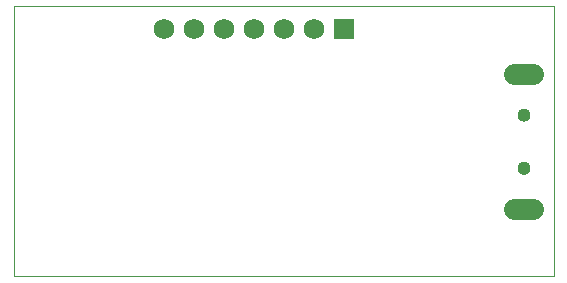
<source format=gbs>
G75*
%MOIN*%
%OFA0B0*%
%FSLAX25Y25*%
%IPPOS*%
%LPD*%
%AMOC8*
5,1,8,0,0,1.08239X$1,22.5*
%
%ADD10C,0.00000*%
%ADD11R,0.06900X0.06900*%
%ADD12C,0.06900*%
%ADD13C,0.07000*%
%ADD14C,0.04337*%
D10*
X0024428Y0011800D02*
X0024428Y0101800D01*
X0204428Y0101800D01*
X0204428Y0011800D01*
X0024428Y0011800D01*
X0192459Y0047942D02*
X0192461Y0048030D01*
X0192467Y0048118D01*
X0192477Y0048206D01*
X0192491Y0048294D01*
X0192508Y0048380D01*
X0192530Y0048466D01*
X0192555Y0048550D01*
X0192585Y0048634D01*
X0192617Y0048716D01*
X0192654Y0048796D01*
X0192694Y0048875D01*
X0192738Y0048952D01*
X0192785Y0049027D01*
X0192835Y0049099D01*
X0192889Y0049170D01*
X0192945Y0049237D01*
X0193005Y0049303D01*
X0193067Y0049365D01*
X0193133Y0049425D01*
X0193200Y0049481D01*
X0193271Y0049535D01*
X0193343Y0049585D01*
X0193418Y0049632D01*
X0193495Y0049676D01*
X0193574Y0049716D01*
X0193654Y0049753D01*
X0193736Y0049785D01*
X0193820Y0049815D01*
X0193904Y0049840D01*
X0193990Y0049862D01*
X0194076Y0049879D01*
X0194164Y0049893D01*
X0194252Y0049903D01*
X0194340Y0049909D01*
X0194428Y0049911D01*
X0194516Y0049909D01*
X0194604Y0049903D01*
X0194692Y0049893D01*
X0194780Y0049879D01*
X0194866Y0049862D01*
X0194952Y0049840D01*
X0195036Y0049815D01*
X0195120Y0049785D01*
X0195202Y0049753D01*
X0195282Y0049716D01*
X0195361Y0049676D01*
X0195438Y0049632D01*
X0195513Y0049585D01*
X0195585Y0049535D01*
X0195656Y0049481D01*
X0195723Y0049425D01*
X0195789Y0049365D01*
X0195851Y0049303D01*
X0195911Y0049237D01*
X0195967Y0049170D01*
X0196021Y0049099D01*
X0196071Y0049027D01*
X0196118Y0048952D01*
X0196162Y0048875D01*
X0196202Y0048796D01*
X0196239Y0048716D01*
X0196271Y0048634D01*
X0196301Y0048550D01*
X0196326Y0048466D01*
X0196348Y0048380D01*
X0196365Y0048294D01*
X0196379Y0048206D01*
X0196389Y0048118D01*
X0196395Y0048030D01*
X0196397Y0047942D01*
X0196395Y0047854D01*
X0196389Y0047766D01*
X0196379Y0047678D01*
X0196365Y0047590D01*
X0196348Y0047504D01*
X0196326Y0047418D01*
X0196301Y0047334D01*
X0196271Y0047250D01*
X0196239Y0047168D01*
X0196202Y0047088D01*
X0196162Y0047009D01*
X0196118Y0046932D01*
X0196071Y0046857D01*
X0196021Y0046785D01*
X0195967Y0046714D01*
X0195911Y0046647D01*
X0195851Y0046581D01*
X0195789Y0046519D01*
X0195723Y0046459D01*
X0195656Y0046403D01*
X0195585Y0046349D01*
X0195513Y0046299D01*
X0195438Y0046252D01*
X0195361Y0046208D01*
X0195282Y0046168D01*
X0195202Y0046131D01*
X0195120Y0046099D01*
X0195036Y0046069D01*
X0194952Y0046044D01*
X0194866Y0046022D01*
X0194780Y0046005D01*
X0194692Y0045991D01*
X0194604Y0045981D01*
X0194516Y0045975D01*
X0194428Y0045973D01*
X0194340Y0045975D01*
X0194252Y0045981D01*
X0194164Y0045991D01*
X0194076Y0046005D01*
X0193990Y0046022D01*
X0193904Y0046044D01*
X0193820Y0046069D01*
X0193736Y0046099D01*
X0193654Y0046131D01*
X0193574Y0046168D01*
X0193495Y0046208D01*
X0193418Y0046252D01*
X0193343Y0046299D01*
X0193271Y0046349D01*
X0193200Y0046403D01*
X0193133Y0046459D01*
X0193067Y0046519D01*
X0193005Y0046581D01*
X0192945Y0046647D01*
X0192889Y0046714D01*
X0192835Y0046785D01*
X0192785Y0046857D01*
X0192738Y0046932D01*
X0192694Y0047009D01*
X0192654Y0047088D01*
X0192617Y0047168D01*
X0192585Y0047250D01*
X0192555Y0047334D01*
X0192530Y0047418D01*
X0192508Y0047504D01*
X0192491Y0047590D01*
X0192477Y0047678D01*
X0192467Y0047766D01*
X0192461Y0047854D01*
X0192459Y0047942D01*
X0192459Y0065658D02*
X0192461Y0065746D01*
X0192467Y0065834D01*
X0192477Y0065922D01*
X0192491Y0066010D01*
X0192508Y0066096D01*
X0192530Y0066182D01*
X0192555Y0066266D01*
X0192585Y0066350D01*
X0192617Y0066432D01*
X0192654Y0066512D01*
X0192694Y0066591D01*
X0192738Y0066668D01*
X0192785Y0066743D01*
X0192835Y0066815D01*
X0192889Y0066886D01*
X0192945Y0066953D01*
X0193005Y0067019D01*
X0193067Y0067081D01*
X0193133Y0067141D01*
X0193200Y0067197D01*
X0193271Y0067251D01*
X0193343Y0067301D01*
X0193418Y0067348D01*
X0193495Y0067392D01*
X0193574Y0067432D01*
X0193654Y0067469D01*
X0193736Y0067501D01*
X0193820Y0067531D01*
X0193904Y0067556D01*
X0193990Y0067578D01*
X0194076Y0067595D01*
X0194164Y0067609D01*
X0194252Y0067619D01*
X0194340Y0067625D01*
X0194428Y0067627D01*
X0194516Y0067625D01*
X0194604Y0067619D01*
X0194692Y0067609D01*
X0194780Y0067595D01*
X0194866Y0067578D01*
X0194952Y0067556D01*
X0195036Y0067531D01*
X0195120Y0067501D01*
X0195202Y0067469D01*
X0195282Y0067432D01*
X0195361Y0067392D01*
X0195438Y0067348D01*
X0195513Y0067301D01*
X0195585Y0067251D01*
X0195656Y0067197D01*
X0195723Y0067141D01*
X0195789Y0067081D01*
X0195851Y0067019D01*
X0195911Y0066953D01*
X0195967Y0066886D01*
X0196021Y0066815D01*
X0196071Y0066743D01*
X0196118Y0066668D01*
X0196162Y0066591D01*
X0196202Y0066512D01*
X0196239Y0066432D01*
X0196271Y0066350D01*
X0196301Y0066266D01*
X0196326Y0066182D01*
X0196348Y0066096D01*
X0196365Y0066010D01*
X0196379Y0065922D01*
X0196389Y0065834D01*
X0196395Y0065746D01*
X0196397Y0065658D01*
X0196395Y0065570D01*
X0196389Y0065482D01*
X0196379Y0065394D01*
X0196365Y0065306D01*
X0196348Y0065220D01*
X0196326Y0065134D01*
X0196301Y0065050D01*
X0196271Y0064966D01*
X0196239Y0064884D01*
X0196202Y0064804D01*
X0196162Y0064725D01*
X0196118Y0064648D01*
X0196071Y0064573D01*
X0196021Y0064501D01*
X0195967Y0064430D01*
X0195911Y0064363D01*
X0195851Y0064297D01*
X0195789Y0064235D01*
X0195723Y0064175D01*
X0195656Y0064119D01*
X0195585Y0064065D01*
X0195513Y0064015D01*
X0195438Y0063968D01*
X0195361Y0063924D01*
X0195282Y0063884D01*
X0195202Y0063847D01*
X0195120Y0063815D01*
X0195036Y0063785D01*
X0194952Y0063760D01*
X0194866Y0063738D01*
X0194780Y0063721D01*
X0194692Y0063707D01*
X0194604Y0063697D01*
X0194516Y0063691D01*
X0194428Y0063689D01*
X0194340Y0063691D01*
X0194252Y0063697D01*
X0194164Y0063707D01*
X0194076Y0063721D01*
X0193990Y0063738D01*
X0193904Y0063760D01*
X0193820Y0063785D01*
X0193736Y0063815D01*
X0193654Y0063847D01*
X0193574Y0063884D01*
X0193495Y0063924D01*
X0193418Y0063968D01*
X0193343Y0064015D01*
X0193271Y0064065D01*
X0193200Y0064119D01*
X0193133Y0064175D01*
X0193067Y0064235D01*
X0193005Y0064297D01*
X0192945Y0064363D01*
X0192889Y0064430D01*
X0192835Y0064501D01*
X0192785Y0064573D01*
X0192738Y0064648D01*
X0192694Y0064725D01*
X0192654Y0064804D01*
X0192617Y0064884D01*
X0192585Y0064966D01*
X0192555Y0065050D01*
X0192530Y0065134D01*
X0192508Y0065220D01*
X0192491Y0065306D01*
X0192477Y0065394D01*
X0192467Y0065482D01*
X0192461Y0065570D01*
X0192459Y0065658D01*
D11*
X0134428Y0094300D03*
D12*
X0124428Y0094300D03*
X0114428Y0094300D03*
X0104428Y0094300D03*
X0094428Y0094300D03*
X0084428Y0094300D03*
X0074428Y0094300D03*
D13*
X0191128Y0079241D02*
X0197728Y0079241D01*
X0197728Y0034359D02*
X0191128Y0034359D01*
D14*
X0194428Y0047942D03*
X0194428Y0065658D03*
M02*

</source>
